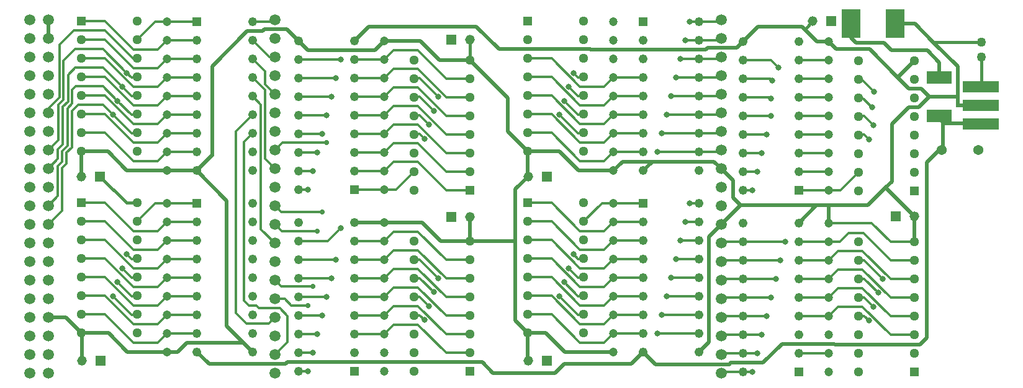
<source format=gtl>
G04 #@! TF.GenerationSoftware,KiCad,Pcbnew,8.0.6-8.0.6-0~ubuntu24.04.1*
G04 #@! TF.CreationDate,2024-11-10T23:48:13-05:00*
G04 #@! TF.ProjectId,array,61727261-792e-46b6-9963-61645f706362,rev?*
G04 #@! TF.SameCoordinates,Original*
G04 #@! TF.FileFunction,Copper,L1,Top*
G04 #@! TF.FilePolarity,Positive*
%FSLAX46Y46*%
G04 Gerber Fmt 4.6, Leading zero omitted, Abs format (unit mm)*
G04 Created by KiCad (PCBNEW 8.0.6-8.0.6-0~ubuntu24.04.1) date 2024-11-10 23:48:13*
%MOMM*%
%LPD*%
G01*
G04 APERTURE LIST*
G04 #@! TA.AperFunction,ComponentPad*
%ADD10C,1.270000*%
G04 #@! TD*
G04 #@! TA.AperFunction,SMDPad,CuDef*
%ADD11R,5.000000X1.500000*%
G04 #@! TD*
G04 #@! TA.AperFunction,SMDPad,CuDef*
%ADD12R,3.505200X1.778000*%
G04 #@! TD*
G04 #@! TA.AperFunction,ComponentPad*
%ADD13C,1.371600*%
G04 #@! TD*
G04 #@! TA.AperFunction,SMDPad,CuDef*
%ADD14R,2.500000X4.000000*%
G04 #@! TD*
G04 #@! TA.AperFunction,ComponentPad*
%ADD15R,1.318000X1.318000*%
G04 #@! TD*
G04 #@! TA.AperFunction,ComponentPad*
%ADD16C,1.318000*%
G04 #@! TD*
G04 #@! TA.AperFunction,ComponentPad*
%ADD17C,1.500000*%
G04 #@! TD*
G04 #@! TA.AperFunction,ComponentPad*
%ADD18R,1.227074X1.227074*%
G04 #@! TD*
G04 #@! TA.AperFunction,ComponentPad*
%ADD19C,1.227074*%
G04 #@! TD*
G04 #@! TA.AperFunction,ComponentPad*
%ADD20C,1.200000*%
G04 #@! TD*
G04 #@! TA.AperFunction,ComponentPad*
%ADD21R,1.295400X1.295400*%
G04 #@! TD*
G04 #@! TA.AperFunction,ComponentPad*
%ADD22C,1.295400*%
G04 #@! TD*
G04 #@! TA.AperFunction,ViaPad*
%ADD23C,0.600000*%
G04 #@! TD*
G04 #@! TA.AperFunction,ViaPad*
%ADD24C,0.800000*%
G04 #@! TD*
G04 #@! TA.AperFunction,ViaPad*
%ADD25C,0.700000*%
G04 #@! TD*
G04 #@! TA.AperFunction,Conductor*
%ADD26C,0.300000*%
G04 #@! TD*
G04 #@! TA.AperFunction,Conductor*
%ADD27C,0.500000*%
G04 #@! TD*
G04 #@! TA.AperFunction,Conductor*
%ADD28C,0.400000*%
G04 #@! TD*
G04 APERTURE END LIST*
D10*
X215760000Y-106135650D03*
X215760000Y-104135650D03*
D11*
X215630000Y-115300000D03*
X215630000Y-112760000D03*
X215630000Y-110220000D03*
D12*
X210000000Y-114146200D03*
X210000000Y-108913800D03*
D13*
X210320000Y-118820000D03*
X215320000Y-118820000D03*
D14*
X197980000Y-101590000D03*
X203980000Y-101590000D03*
D15*
X156430000Y-122440000D03*
D16*
X153890000Y-122440000D03*
D15*
X204050000Y-127870000D03*
D16*
X206590000Y-127870000D03*
D17*
X119350000Y-149340000D03*
X119350000Y-146800000D03*
X119350000Y-144260000D03*
X119350000Y-141720000D03*
X119350000Y-139180000D03*
X119350000Y-136640000D03*
X119350000Y-134100000D03*
X119350000Y-131560000D03*
X119350000Y-129020000D03*
X119350000Y-126480000D03*
X119350000Y-123940000D03*
X119350000Y-121400000D03*
X119350000Y-118860000D03*
X119350000Y-116320000D03*
X119350000Y-113780000D03*
X119350000Y-111240000D03*
X119350000Y-108700000D03*
X119350000Y-106160000D03*
X119350000Y-103620000D03*
X119350000Y-101080000D03*
D15*
X156440000Y-147600000D03*
D16*
X153900000Y-147600000D03*
D15*
X143450000Y-127960000D03*
D16*
X145990000Y-127960000D03*
D15*
X195270000Y-101270000D03*
D16*
X192730000Y-101270000D03*
D17*
X85940000Y-101020000D03*
X85940000Y-103560000D03*
X85940000Y-106100000D03*
X85940000Y-108640000D03*
X85940000Y-111180000D03*
X85940000Y-113720000D03*
X85940000Y-116260000D03*
X85940000Y-118800000D03*
X85940000Y-121340000D03*
X85940000Y-123880000D03*
X85940000Y-126420000D03*
X85940000Y-128960000D03*
X85940000Y-131500000D03*
X85940000Y-134040000D03*
X85940000Y-136580000D03*
X85940000Y-139120000D03*
X85940000Y-141660000D03*
X85940000Y-144200000D03*
X85940000Y-146740000D03*
X85940000Y-149280000D03*
X88480000Y-149280000D03*
X88480000Y-146740000D03*
X88480000Y-144200000D03*
X88480000Y-141660000D03*
X88480000Y-139120000D03*
X88480000Y-136580000D03*
X88480000Y-134040000D03*
X88480000Y-131500000D03*
X88480000Y-128960000D03*
X88480000Y-126420000D03*
X88480000Y-123880000D03*
X88480000Y-121340000D03*
X88480000Y-118800000D03*
X88480000Y-116260000D03*
X88480000Y-113720000D03*
X88480000Y-111180000D03*
X88480000Y-108640000D03*
X88480000Y-106100000D03*
X88480000Y-103560000D03*
X88480000Y-101020000D03*
X180250000Y-101080000D03*
X180250000Y-103620000D03*
X180250000Y-106160000D03*
X180250000Y-108700000D03*
X180250000Y-111240000D03*
X180250000Y-113780000D03*
X180250000Y-116320000D03*
X180250000Y-118860000D03*
X180250000Y-121400000D03*
X180250000Y-123940000D03*
X180250000Y-126480000D03*
X180250000Y-129020000D03*
X180250000Y-131560000D03*
X180250000Y-134100000D03*
X180250000Y-136640000D03*
X180250000Y-139180000D03*
X180250000Y-141720000D03*
X180250000Y-144260000D03*
X180250000Y-146800000D03*
X180250000Y-149340000D03*
D15*
X143400000Y-103730000D03*
D16*
X145940000Y-103730000D03*
D15*
X95530000Y-122440000D03*
D16*
X92990000Y-122440000D03*
D15*
X95540000Y-147600000D03*
D16*
X93000000Y-147600000D03*
D18*
X190850000Y-149120000D03*
D19*
X190850000Y-146580000D03*
X190850000Y-144040000D03*
X190850000Y-141500000D03*
X190850000Y-138960000D03*
X190850000Y-136420000D03*
X190850000Y-133880000D03*
X190850000Y-131340000D03*
X190850000Y-128800000D03*
X183230000Y-128800000D03*
X183230000Y-131340000D03*
X183230000Y-133880000D03*
X183230000Y-136420000D03*
X183230000Y-138960000D03*
X183230000Y-141500000D03*
X183230000Y-144040000D03*
X183230000Y-146580000D03*
X183230000Y-149120000D03*
D20*
X134284000Y-103955000D03*
X134284000Y-106495000D03*
X134284000Y-109035000D03*
X134284000Y-111575000D03*
X134284000Y-114115000D03*
X134284000Y-116655000D03*
X134284000Y-119195000D03*
X134284000Y-121735000D03*
X134284000Y-124275000D03*
X194914000Y-128800000D03*
X194914000Y-131340000D03*
X194914000Y-133880000D03*
X194914000Y-136420000D03*
X194914000Y-138960000D03*
X194914000Y-141500000D03*
X194914000Y-144040000D03*
X194914000Y-146580000D03*
X194914000Y-149120000D03*
X165541000Y-121650000D03*
X165541000Y-119110000D03*
X165541000Y-116570000D03*
X165541000Y-114030000D03*
X165541000Y-111490000D03*
X165541000Y-108950000D03*
X165541000Y-106410000D03*
X165541000Y-103870000D03*
X165541000Y-101330000D03*
D21*
X206598000Y-124418500D03*
D22*
X206598000Y-121878500D03*
X206598000Y-119338500D03*
X206598000Y-116798500D03*
X206598000Y-114258500D03*
X206598000Y-111718500D03*
X206598000Y-109178500D03*
X206598000Y-106638500D03*
X198978000Y-106638500D03*
X198978000Y-109178500D03*
X198978000Y-111718500D03*
X198978000Y-114258500D03*
X198978000Y-116798500D03*
X198978000Y-119338500D03*
X198978000Y-121878500D03*
X198978000Y-124418500D03*
D18*
X190850000Y-124355000D03*
D19*
X190850000Y-121815000D03*
X190850000Y-119275000D03*
X190850000Y-116735000D03*
X190850000Y-114195000D03*
X190850000Y-111655000D03*
X190850000Y-109115000D03*
X190850000Y-106575000D03*
X190850000Y-104035000D03*
X183230000Y-104035000D03*
X183230000Y-106575000D03*
X183230000Y-109115000D03*
X183230000Y-111655000D03*
X183230000Y-114195000D03*
X183230000Y-116735000D03*
X183230000Y-119275000D03*
X183230000Y-121815000D03*
X183230000Y-124355000D03*
D21*
X153857000Y-126031500D03*
D22*
X153857000Y-128571500D03*
X153857000Y-131111500D03*
X153857000Y-133651500D03*
X153857000Y-136191500D03*
X153857000Y-138731500D03*
X153857000Y-141271500D03*
X153857000Y-143811500D03*
X161477000Y-143811500D03*
X161477000Y-141271500D03*
X161477000Y-138731500D03*
X161477000Y-136191500D03*
X161477000Y-133651500D03*
X161477000Y-131111500D03*
X161477000Y-128571500D03*
X161477000Y-126031500D03*
D18*
X169605000Y-126095000D03*
D19*
X169605000Y-128635000D03*
X169605000Y-131175000D03*
X169605000Y-133715000D03*
X169605000Y-136255000D03*
X169605000Y-138795000D03*
X169605000Y-141335000D03*
X169605000Y-143875000D03*
X169605000Y-146415000D03*
X177225000Y-146415000D03*
X177225000Y-143875000D03*
X177225000Y-141335000D03*
X177225000Y-138795000D03*
X177225000Y-136255000D03*
X177225000Y-133715000D03*
X177225000Y-131175000D03*
X177225000Y-128635000D03*
X177225000Y-126095000D03*
D20*
X194914000Y-104035000D03*
X194914000Y-106575000D03*
X194914000Y-109115000D03*
X194914000Y-111655000D03*
X194914000Y-114195000D03*
X194914000Y-116735000D03*
X194914000Y-119275000D03*
X194914000Y-121815000D03*
X194914000Y-124355000D03*
D21*
X206598000Y-149183500D03*
D22*
X206598000Y-146643500D03*
X206598000Y-144103500D03*
X206598000Y-141563500D03*
X206598000Y-139023500D03*
X206598000Y-136483500D03*
X206598000Y-133943500D03*
X206598000Y-131403500D03*
X198978000Y-131403500D03*
X198978000Y-133943500D03*
X198978000Y-136483500D03*
X198978000Y-139023500D03*
X198978000Y-141563500D03*
X198978000Y-144103500D03*
X198978000Y-146643500D03*
X198978000Y-149183500D03*
D18*
X130220000Y-124275000D03*
D19*
X130220000Y-121735000D03*
X130220000Y-119195000D03*
X130220000Y-116655000D03*
X130220000Y-114115000D03*
X130220000Y-111575000D03*
X130220000Y-109035000D03*
X130220000Y-106495000D03*
X130220000Y-103955000D03*
X122600000Y-103955000D03*
X122600000Y-106495000D03*
X122600000Y-109035000D03*
X122600000Y-111575000D03*
X122600000Y-114115000D03*
X122600000Y-116655000D03*
X122600000Y-119195000D03*
X122600000Y-121735000D03*
X122600000Y-124275000D03*
D21*
X145968000Y-149103500D03*
D22*
X145968000Y-146563500D03*
X145968000Y-144023500D03*
X145968000Y-141483500D03*
X145968000Y-138943500D03*
X145968000Y-136403500D03*
X145968000Y-133863500D03*
X145968000Y-131323500D03*
X138348000Y-131323500D03*
X138348000Y-133863500D03*
X138348000Y-136403500D03*
X138348000Y-138943500D03*
X138348000Y-141483500D03*
X138348000Y-144023500D03*
X138348000Y-146563500D03*
X138348000Y-149103500D03*
D21*
X145968000Y-124338500D03*
D22*
X145968000Y-121798500D03*
X145968000Y-119258500D03*
X145968000Y-116718500D03*
X145968000Y-114178500D03*
X145968000Y-111638500D03*
X145968000Y-109098500D03*
X145968000Y-106558500D03*
X138348000Y-106558500D03*
X138348000Y-109098500D03*
X138348000Y-111638500D03*
X138348000Y-114178500D03*
X138348000Y-116718500D03*
X138348000Y-119258500D03*
X138348000Y-121798500D03*
X138348000Y-124338500D03*
D20*
X134284000Y-128720000D03*
X134284000Y-131260000D03*
X134284000Y-133800000D03*
X134284000Y-136340000D03*
X134284000Y-138880000D03*
X134284000Y-141420000D03*
X134284000Y-143960000D03*
X134284000Y-146500000D03*
X134284000Y-149040000D03*
X165541000Y-146415000D03*
X165541000Y-143875000D03*
X165541000Y-141335000D03*
X165541000Y-138795000D03*
X165541000Y-136255000D03*
X165541000Y-133715000D03*
X165541000Y-131175000D03*
X165541000Y-128635000D03*
X165541000Y-126095000D03*
D18*
X130220000Y-149040000D03*
D19*
X130220000Y-146500000D03*
X130220000Y-143960000D03*
X130220000Y-141420000D03*
X130220000Y-138880000D03*
X130220000Y-136340000D03*
X130220000Y-133800000D03*
X130220000Y-131260000D03*
X130220000Y-128720000D03*
X122600000Y-128720000D03*
X122600000Y-131260000D03*
X122600000Y-133800000D03*
X122600000Y-136340000D03*
X122600000Y-138880000D03*
X122600000Y-141420000D03*
X122600000Y-143960000D03*
X122600000Y-146500000D03*
X122600000Y-149040000D03*
D21*
X92957000Y-126031500D03*
D22*
X92957000Y-128571500D03*
X92957000Y-131111500D03*
X92957000Y-133651500D03*
X92957000Y-136191500D03*
X92957000Y-138731500D03*
X92957000Y-141271500D03*
X92957000Y-143811500D03*
X100577000Y-143811500D03*
X100577000Y-141271500D03*
X100577000Y-138731500D03*
X100577000Y-136191500D03*
X100577000Y-133651500D03*
X100577000Y-131111500D03*
X100577000Y-128571500D03*
X100577000Y-126031500D03*
D20*
X104641000Y-121650000D03*
X104641000Y-119110000D03*
X104641000Y-116570000D03*
X104641000Y-114030000D03*
X104641000Y-111490000D03*
X104641000Y-108950000D03*
X104641000Y-106410000D03*
X104641000Y-103870000D03*
X104641000Y-101330000D03*
D18*
X108705000Y-101330000D03*
D19*
X108705000Y-103870000D03*
X108705000Y-106410000D03*
X108705000Y-108950000D03*
X108705000Y-111490000D03*
X108705000Y-114030000D03*
X108705000Y-116570000D03*
X108705000Y-119110000D03*
X108705000Y-121650000D03*
X116325000Y-121650000D03*
X116325000Y-119110000D03*
X116325000Y-116570000D03*
X116325000Y-114030000D03*
X116325000Y-111490000D03*
X116325000Y-108950000D03*
X116325000Y-106410000D03*
X116325000Y-103870000D03*
X116325000Y-101330000D03*
D18*
X108705000Y-126095000D03*
D19*
X108705000Y-128635000D03*
X108705000Y-131175000D03*
X108705000Y-133715000D03*
X108705000Y-136255000D03*
X108705000Y-138795000D03*
X108705000Y-141335000D03*
X108705000Y-143875000D03*
X108705000Y-146415000D03*
X116325000Y-146415000D03*
X116325000Y-143875000D03*
X116325000Y-141335000D03*
X116325000Y-138795000D03*
X116325000Y-136255000D03*
X116325000Y-133715000D03*
X116325000Y-131175000D03*
X116325000Y-128635000D03*
X116325000Y-126095000D03*
D21*
X92957000Y-101266500D03*
D22*
X92957000Y-103806500D03*
X92957000Y-106346500D03*
X92957000Y-108886500D03*
X92957000Y-111426500D03*
X92957000Y-113966500D03*
X92957000Y-116506500D03*
X92957000Y-119046500D03*
X100577000Y-119046500D03*
X100577000Y-116506500D03*
X100577000Y-113966500D03*
X100577000Y-111426500D03*
X100577000Y-108886500D03*
X100577000Y-106346500D03*
X100577000Y-103806500D03*
X100577000Y-101266500D03*
D20*
X104641000Y-146415000D03*
X104641000Y-143875000D03*
X104641000Y-141335000D03*
X104641000Y-138795000D03*
X104641000Y-136255000D03*
X104641000Y-133715000D03*
X104641000Y-131175000D03*
X104641000Y-128635000D03*
X104641000Y-126095000D03*
D21*
X153857000Y-101266500D03*
D22*
X153857000Y-103806500D03*
X153857000Y-106346500D03*
X153857000Y-108886500D03*
X153857000Y-111426500D03*
X153857000Y-113966500D03*
X153857000Y-116506500D03*
X153857000Y-119046500D03*
X161477000Y-119046500D03*
X161477000Y-116506500D03*
X161477000Y-113966500D03*
X161477000Y-111426500D03*
X161477000Y-108886500D03*
X161477000Y-106346500D03*
X161477000Y-103806500D03*
X161477000Y-101266500D03*
D18*
X169605000Y-101330000D03*
D19*
X169605000Y-103870000D03*
X169605000Y-106410000D03*
X169605000Y-108950000D03*
X169605000Y-111490000D03*
X169605000Y-114030000D03*
X169605000Y-116570000D03*
X169605000Y-119110000D03*
X169605000Y-121650000D03*
X177225000Y-121650000D03*
X177225000Y-119110000D03*
X177225000Y-116570000D03*
X177225000Y-114030000D03*
X177225000Y-111490000D03*
X177225000Y-108950000D03*
X177225000Y-106410000D03*
X177225000Y-103870000D03*
X177225000Y-101330000D03*
D23*
X212470000Y-112750000D03*
D24*
X173415000Y-111490000D03*
X128315000Y-106495000D03*
X200375000Y-142135000D03*
X188000000Y-107550000D03*
X141015000Y-113480000D03*
X171510000Y-119110000D03*
X127680000Y-109035000D03*
X175955000Y-101330000D03*
X187190000Y-109330000D03*
X125140000Y-119195000D03*
X188310000Y-133880000D03*
X188945000Y-131340000D03*
X140380000Y-140150000D03*
X123870000Y-124275000D03*
X125775000Y-116655000D03*
X141650000Y-136340000D03*
X175320000Y-103870000D03*
X186405000Y-116735000D03*
X159445000Y-110220000D03*
X185135000Y-121815000D03*
X172145000Y-141335000D03*
X201010000Y-140230000D03*
X159445000Y-134985000D03*
X187040000Y-114195000D03*
X127045000Y-136340000D03*
X158810000Y-112125000D03*
X127680000Y-133800000D03*
X184500000Y-124355000D03*
X185770000Y-144040000D03*
X139745000Y-117290000D03*
X200375000Y-117370000D03*
X160080000Y-133080000D03*
X158810000Y-136890000D03*
X201010000Y-115465000D03*
X124505000Y-121735000D03*
X172780000Y-114030000D03*
X201060000Y-110850000D03*
X200790000Y-113030000D03*
X185770000Y-119275000D03*
X174685000Y-131175000D03*
X128315000Y-129510000D03*
X124505000Y-146500000D03*
X158175000Y-138795000D03*
D25*
X126410000Y-117860000D03*
D24*
X174050000Y-133715000D03*
X125140000Y-143960000D03*
X160080000Y-108315000D03*
X141650000Y-111575000D03*
D25*
X125140000Y-129960000D03*
D24*
X186405000Y-141500000D03*
X172145000Y-116570000D03*
X126410000Y-114115000D03*
X174050000Y-108950000D03*
X141015000Y-138245000D03*
X202280000Y-136420000D03*
X171510000Y-143875000D03*
X125775000Y-141420000D03*
X175955000Y-126095000D03*
D25*
X123870000Y-140080000D03*
D24*
X127045000Y-111575000D03*
X139745000Y-142055000D03*
X187000000Y-111840000D03*
X140380000Y-115385000D03*
X187040000Y-138960000D03*
X172780000Y-138795000D03*
X201645000Y-138325000D03*
X175320000Y-128635000D03*
X123870000Y-149040000D03*
D25*
X125775000Y-127330000D03*
D24*
X187675000Y-136420000D03*
D25*
X124505000Y-137510000D03*
D24*
X174685000Y-106410000D03*
X184500000Y-149120000D03*
X173415000Y-136255000D03*
X158175000Y-114030000D03*
X185135000Y-146580000D03*
X126410000Y-138880000D03*
X98545000Y-110220000D03*
X98545000Y-134985000D03*
X97910000Y-112125000D03*
X99180000Y-133080000D03*
X97910000Y-136890000D03*
X97275000Y-138795000D03*
X99180000Y-108315000D03*
X97275000Y-114030000D03*
D26*
X123870000Y-140080000D02*
X121590000Y-140080000D01*
X121590000Y-140080000D02*
X120690000Y-139180000D01*
X120690000Y-139180000D02*
X119350000Y-139180000D01*
D27*
X210000000Y-114146200D02*
X210000000Y-114602000D01*
X215550000Y-115220000D02*
X215630000Y-115300000D01*
X210000000Y-114602000D02*
X210618000Y-115220000D01*
X210618000Y-115220000D02*
X215550000Y-115220000D01*
X181560000Y-147900000D02*
X181340000Y-148120000D01*
X185950000Y-147900000D02*
X181560000Y-147900000D01*
X195640000Y-145300000D02*
X188550000Y-145300000D01*
X195740000Y-145400000D02*
X195640000Y-145300000D01*
X208260000Y-144480000D02*
X207340000Y-145400000D01*
X208260000Y-120538000D02*
X208260000Y-144480000D01*
X209978000Y-118820000D02*
X208260000Y-120538000D01*
X188550000Y-145300000D02*
X185950000Y-147900000D01*
X210320000Y-118820000D02*
X209978000Y-118820000D01*
X181340000Y-148120000D02*
X171310000Y-148120000D01*
X210448000Y-118692000D02*
X210320000Y-118820000D01*
X210448000Y-114594200D02*
X210448000Y-118692000D01*
X207340000Y-145400000D02*
X195740000Y-145400000D01*
X210000000Y-114146200D02*
X210448000Y-114594200D01*
X171310000Y-148120000D02*
X169605000Y-146415000D01*
X212480000Y-107440000D02*
X212480000Y-111580000D01*
X212480000Y-111580000D02*
X212480000Y-112740000D01*
X208640000Y-111550000D02*
X212450000Y-111550000D01*
X212450000Y-111550000D02*
X212480000Y-111580000D01*
X212480000Y-112740000D02*
X212470000Y-112750000D01*
X206630000Y-101590000D02*
X209195000Y-104155000D01*
X209195000Y-104155000D02*
X212480000Y-107440000D01*
D28*
X215760000Y-104135650D02*
X209214350Y-104135650D01*
X209214350Y-104135650D02*
X209195000Y-104155000D01*
X215760000Y-106135650D02*
X215760000Y-110090000D01*
X215760000Y-110090000D02*
X215630000Y-110220000D01*
D27*
X180250000Y-129020000D02*
X182860000Y-126410000D01*
X197980000Y-101590000D02*
X197980000Y-103510000D01*
X197980000Y-103510000D02*
X198660000Y-104190000D01*
X198660000Y-104190000D02*
X202440000Y-104190000D01*
X202440000Y-104190000D02*
X203450000Y-105200000D01*
X203450000Y-105200000D02*
X208320000Y-105200000D01*
X208320000Y-105200000D02*
X210000000Y-106880000D01*
X210000000Y-106880000D02*
X210000000Y-108913800D01*
X169605000Y-146415000D02*
X168010000Y-148010000D01*
X168010000Y-148010000D02*
X158830000Y-148010000D01*
X158830000Y-148010000D02*
X157540000Y-149300000D01*
X157540000Y-149300000D02*
X149090000Y-149300000D01*
X149090000Y-149300000D02*
X147620000Y-147830000D01*
X147620000Y-147830000D02*
X121100000Y-147830000D01*
X121100000Y-147830000D02*
X120850000Y-148080000D01*
X120850000Y-148080000D02*
X110370000Y-148080000D01*
X110370000Y-148080000D02*
X108705000Y-146415000D01*
X183230000Y-104035000D02*
X182395000Y-104870000D01*
X149910000Y-105080000D02*
X146820000Y-101990000D01*
X182395000Y-104870000D02*
X178370000Y-104870000D01*
X178370000Y-104870000D02*
X178090000Y-105150000D01*
X146820000Y-101990000D02*
X132185000Y-101990000D01*
X178090000Y-105150000D02*
X162420000Y-105150000D01*
X132185000Y-101990000D02*
X130220000Y-103955000D01*
X162420000Y-105150000D02*
X162350000Y-105080000D01*
X162350000Y-105080000D02*
X149910000Y-105080000D01*
D26*
X201060000Y-110850000D02*
X199325000Y-109115000D01*
X199325000Y-109115000D02*
X199041500Y-109115000D01*
X199041500Y-109115000D02*
X198978000Y-109178500D01*
X200790000Y-113030000D02*
X199415000Y-111655000D01*
X199415000Y-111655000D02*
X199041500Y-111655000D01*
X199041500Y-111655000D02*
X198978000Y-111718500D01*
X206598000Y-133943500D02*
X203359500Y-133943500D01*
X203359500Y-133943500D02*
X199596000Y-130180000D01*
X199596000Y-130180000D02*
X197580000Y-130180000D01*
X197580000Y-130180000D02*
X196420000Y-131340000D01*
X196420000Y-131340000D02*
X194914000Y-131340000D01*
X183230000Y-111655000D02*
X186815000Y-111655000D01*
X186815000Y-111655000D02*
X187000000Y-111840000D01*
X187190000Y-109330000D02*
X186975000Y-109115000D01*
X186975000Y-109115000D02*
X183230000Y-109115000D01*
X183230000Y-106575000D02*
X187025000Y-106575000D01*
X187025000Y-106575000D02*
X188000000Y-107550000D01*
D27*
X193305000Y-104035000D02*
X191630000Y-102360000D01*
X191630000Y-102360000D02*
X191260000Y-101990000D01*
D28*
X192730000Y-101270000D02*
X191640000Y-102360000D01*
X191640000Y-102360000D02*
X191630000Y-102360000D01*
D27*
X194914000Y-104035000D02*
X193305000Y-104035000D01*
X191260000Y-101990000D02*
X185275000Y-101990000D01*
X185275000Y-101990000D02*
X183230000Y-104035000D01*
D28*
X100577000Y-126031500D02*
X99121500Y-126031500D01*
X99121500Y-126031500D02*
X95530000Y-122440000D01*
D27*
X145968000Y-131323500D02*
X145968000Y-127982000D01*
X145968000Y-127982000D02*
X145990000Y-127960000D01*
X92957000Y-143811500D02*
X90805500Y-141660000D01*
X90805500Y-141660000D02*
X88480000Y-141660000D01*
X92957000Y-119046500D02*
X92957000Y-122407000D01*
X92957000Y-122407000D02*
X92990000Y-122440000D01*
X104641000Y-121650000D02*
X99170000Y-121650000D01*
X99170000Y-121650000D02*
X96566500Y-119046500D01*
X96566500Y-119046500D02*
X92957000Y-119046500D01*
X93000000Y-147600000D02*
X93000000Y-143854500D01*
X93000000Y-143854500D02*
X92957000Y-143811500D01*
X104641000Y-146415000D02*
X99255000Y-146415000D01*
X99255000Y-146415000D02*
X96651500Y-143811500D01*
X96651500Y-143811500D02*
X92957000Y-143811500D01*
X116325000Y-146415000D02*
X115050000Y-145140000D01*
X104641000Y-146415000D02*
X106085000Y-146415000D01*
X115050000Y-145140000D02*
X112800000Y-142890000D01*
X106085000Y-146415000D02*
X107360000Y-145140000D01*
X107360000Y-145140000D02*
X115050000Y-145140000D01*
X108705000Y-121650000D02*
X104641000Y-121650000D01*
D26*
X122600000Y-131260000D02*
X126565000Y-131260000D01*
X126565000Y-131260000D02*
X128315000Y-129510000D01*
D27*
X112800000Y-142890000D02*
X112800000Y-125745000D01*
X112800000Y-125745000D02*
X108705000Y-121650000D01*
X122600000Y-103955000D02*
X121005000Y-102360000D01*
X121005000Y-102360000D02*
X117930000Y-102360000D01*
X117930000Y-102360000D02*
X117690000Y-102600000D01*
X117690000Y-102600000D02*
X115600000Y-102600000D01*
X115600000Y-102600000D02*
X110780000Y-107420000D01*
X110780000Y-119620000D02*
X110735000Y-119620000D01*
X110780000Y-107420000D02*
X110780000Y-119620000D01*
X110735000Y-119620000D02*
X108705000Y-121650000D01*
X145968000Y-106558500D02*
X141778500Y-106558500D01*
X141778500Y-106558500D02*
X139175000Y-103955000D01*
X139175000Y-103955000D02*
X134284000Y-103955000D01*
X122600000Y-103955000D02*
X123895000Y-105250000D01*
X123895000Y-105250000D02*
X132989000Y-105250000D01*
X132989000Y-105250000D02*
X134284000Y-103955000D01*
X134284000Y-128720000D02*
X130220000Y-128720000D01*
X145968000Y-131323500D02*
X142003500Y-131323500D01*
X142003500Y-131323500D02*
X139400000Y-128720000D01*
X139400000Y-128720000D02*
X134284000Y-128720000D01*
X152150000Y-142104500D02*
X152150000Y-131400000D01*
X152150000Y-131400000D02*
X152150000Y-124170000D01*
X145968000Y-131323500D02*
X152073500Y-131323500D01*
X152073500Y-131323500D02*
X152150000Y-131400000D01*
X153857000Y-143811500D02*
X152150000Y-142104500D01*
X152150000Y-124170000D02*
X152160000Y-124170000D01*
X152160000Y-124170000D02*
X153890000Y-122440000D01*
X153857000Y-143811500D02*
X153857000Y-147557000D01*
X153857000Y-147557000D02*
X153900000Y-147600000D01*
X153857000Y-119046500D02*
X153857000Y-122407000D01*
X153857000Y-122407000D02*
X153890000Y-122440000D01*
X145968000Y-106558500D02*
X151100000Y-111690500D01*
X151100000Y-111690500D02*
X151100000Y-116289500D01*
X151100000Y-116289500D02*
X153857000Y-119046500D01*
X179260000Y-120410000D02*
X171010000Y-120410000D01*
X171010000Y-120410000D02*
X166781000Y-120410000D01*
X169605000Y-121650000D02*
X170845000Y-120410000D01*
X170845000Y-120410000D02*
X171010000Y-120410000D01*
X153857000Y-119046500D02*
X158166500Y-119046500D01*
X158166500Y-119046500D02*
X160770000Y-121650000D01*
X160770000Y-121650000D02*
X165541000Y-121650000D01*
X180250000Y-121400000D02*
X179260000Y-120410000D01*
X166781000Y-120410000D02*
X165541000Y-121650000D01*
X165541000Y-146415000D02*
X158905000Y-146415000D01*
X158905000Y-146415000D02*
X156301500Y-143811500D01*
X156301500Y-143811500D02*
X153857000Y-143811500D01*
X177225000Y-146415000D02*
X178590000Y-145050000D01*
X178590000Y-145050000D02*
X178590000Y-130680000D01*
X178590000Y-130680000D02*
X180250000Y-129020000D01*
X185570000Y-126410000D02*
X182860000Y-126410000D01*
X200270000Y-126410000D02*
X194960000Y-126410000D01*
X194914000Y-128800000D02*
X194914000Y-126456000D01*
X194914000Y-126456000D02*
X194960000Y-126410000D01*
X206590000Y-127870000D02*
X206590000Y-131395500D01*
X206590000Y-131395500D02*
X206598000Y-131403500D01*
X203540000Y-123140000D02*
X202725000Y-123955000D01*
X202725000Y-123955000D02*
X200270000Y-126410000D01*
X206590000Y-127870000D02*
X202725000Y-124005000D01*
X202725000Y-124005000D02*
X202725000Y-123955000D01*
X180250000Y-121400000D02*
X181830000Y-122980000D01*
X181830000Y-122980000D02*
X181830000Y-125380000D01*
X181830000Y-125380000D02*
X182860000Y-126410000D01*
X208640000Y-111550000D02*
X207210000Y-112980000D01*
X207210000Y-112980000D02*
X205830000Y-112980000D01*
X205830000Y-112980000D02*
X203540000Y-115270000D01*
X203540000Y-115270000D02*
X203540000Y-123140000D01*
X205850000Y-110450000D02*
X204310000Y-108910000D01*
X204310000Y-108910000D02*
X200470000Y-105070000D01*
X206598000Y-106638500D02*
X204326500Y-108910000D01*
X204326500Y-108910000D02*
X204310000Y-108910000D01*
X208640000Y-111550000D02*
X207540000Y-110450000D01*
X207540000Y-110450000D02*
X205850000Y-110450000D01*
X200470000Y-105070000D02*
X195949000Y-105070000D01*
X195949000Y-105070000D02*
X194914000Y-104035000D01*
D26*
X116325000Y-114030000D02*
X114070000Y-116285000D01*
X114070000Y-116285000D02*
X114070000Y-141150000D01*
X115500000Y-142580000D02*
X118490000Y-142580000D01*
X114070000Y-141150000D02*
X115500000Y-142580000D01*
X118490000Y-142580000D02*
X119350000Y-141720000D01*
D28*
X145940000Y-103730000D02*
X145940000Y-106530500D01*
X145940000Y-106530500D02*
X145968000Y-106558500D01*
D27*
X88480000Y-103560000D02*
X88480000Y-101020000D01*
X203980000Y-101590000D02*
X206630000Y-101590000D01*
X212530000Y-112760000D02*
X215630000Y-112760000D01*
D26*
X97275000Y-114030000D02*
X95925000Y-112680000D01*
X95925000Y-112680000D02*
X92510000Y-112680000D01*
X92510000Y-112680000D02*
X91670000Y-113520000D01*
X91670000Y-113520000D02*
X91670000Y-118470000D01*
X91670000Y-118470000D02*
X90940000Y-119200000D01*
X90340000Y-121270000D02*
X90340000Y-127100000D01*
X90940000Y-119200000D02*
X90940000Y-120670000D01*
X90940000Y-120670000D02*
X90340000Y-121270000D01*
X90340000Y-127100000D02*
X88480000Y-128960000D01*
X97910000Y-112125000D02*
X95945000Y-110160000D01*
X95945000Y-110160000D02*
X92180000Y-110160000D01*
X92180000Y-110160000D02*
X91700000Y-110640000D01*
X91700000Y-110640000D02*
X91700000Y-112520000D01*
X91700000Y-112520000D02*
X91070000Y-113150000D01*
X91070000Y-113150000D02*
X91070000Y-118250000D01*
X89780000Y-121010000D02*
X89780000Y-125120000D01*
X91070000Y-118250000D02*
X90330000Y-118990000D01*
X90330000Y-118990000D02*
X90330000Y-120460000D01*
X90330000Y-120460000D02*
X89780000Y-121010000D01*
X89780000Y-125120000D02*
X88480000Y-126420000D01*
X98545000Y-110220000D02*
X95935000Y-107610000D01*
X95935000Y-107610000D02*
X92140000Y-107610000D01*
X92140000Y-107610000D02*
X91140000Y-108610000D01*
X91140000Y-108610000D02*
X91140000Y-112210000D01*
X91140000Y-112210000D02*
X90450000Y-112900000D01*
X90450000Y-112900000D02*
X90450000Y-118040000D01*
X90450000Y-118040000D02*
X89760000Y-118730000D01*
X89760000Y-118730000D02*
X89760000Y-120060000D01*
X89760000Y-120060000D02*
X88480000Y-121340000D01*
X99180000Y-108315000D02*
X95935000Y-105070000D01*
X95935000Y-105070000D02*
X92080000Y-105070000D01*
X90530000Y-111980000D02*
X89830000Y-112680000D01*
X92080000Y-105070000D02*
X90530000Y-106620000D01*
X90530000Y-106620000D02*
X90530000Y-111980000D01*
X89830000Y-112680000D02*
X89830000Y-117450000D01*
X89830000Y-117450000D02*
X88480000Y-118800000D01*
X100577000Y-106346500D02*
X100016500Y-106346500D01*
X100016500Y-106346500D02*
X96190000Y-102520000D01*
X89960000Y-111680000D02*
X88480000Y-113160000D01*
X96190000Y-102520000D02*
X91900000Y-102520000D01*
X91900000Y-102520000D02*
X89960000Y-104460000D01*
X89960000Y-104460000D02*
X89960000Y-111680000D01*
X88480000Y-113160000D02*
X88480000Y-113720000D01*
X119350000Y-146800000D02*
X121040000Y-145110000D01*
X121040000Y-145110000D02*
X121040000Y-141490000D01*
X121040000Y-141490000D02*
X120010000Y-140460000D01*
X120010000Y-140460000D02*
X117210000Y-140460000D01*
X117210000Y-140460000D02*
X116810000Y-140060000D01*
X116810000Y-140060000D02*
X115810000Y-140060000D01*
X115810000Y-140060000D02*
X115130000Y-139380000D01*
X115130000Y-139380000D02*
X115130000Y-117765000D01*
X115130000Y-117765000D02*
X116325000Y-116570000D01*
X116325000Y-111490000D02*
X117460000Y-112625000D01*
X117460000Y-112625000D02*
X117460000Y-129670000D01*
X117460000Y-129670000D02*
X119350000Y-131560000D01*
X116325000Y-108950000D02*
X117990000Y-110615000D01*
X117990000Y-110615000D02*
X117990000Y-120040000D01*
X117990000Y-120040000D02*
X119350000Y-121400000D01*
X116325000Y-106410000D02*
X117990000Y-108075000D01*
X117990000Y-108075000D02*
X117990000Y-109880000D01*
X117990000Y-109880000D02*
X119350000Y-111240000D01*
X116325000Y-103870000D02*
X118615000Y-106160000D01*
X118615000Y-106160000D02*
X119350000Y-106160000D01*
X116325000Y-101330000D02*
X119100000Y-101330000D01*
X119100000Y-101330000D02*
X119350000Y-101080000D01*
X160715000Y-138795000D02*
X161413500Y-138795000D01*
X164271000Y-115300000D02*
X165541000Y-114030000D01*
X203359500Y-136483500D02*
X199486000Y-132610000D01*
X119350000Y-118860000D02*
X120350000Y-117860000D01*
X142729500Y-144023500D02*
X138856000Y-140150000D01*
X124505000Y-137490000D02*
X120200000Y-137490000D01*
X138411500Y-111575000D02*
X138348000Y-111638500D01*
X194914000Y-119275000D02*
X190850000Y-119275000D01*
X165541000Y-133715000D02*
X169605000Y-133715000D01*
X122600000Y-141420000D02*
X125775000Y-141420000D01*
X203359500Y-131403500D02*
X206598000Y-131403500D01*
X142729500Y-133863500D02*
X138856000Y-129990000D01*
X160715000Y-116570000D02*
X161413500Y-116570000D01*
X177225000Y-111490000D02*
X180000000Y-111490000D01*
X160715000Y-108950000D02*
X161413500Y-108950000D01*
X185770000Y-119275000D02*
X183230000Y-119275000D01*
X134284000Y-133800000D02*
X130220000Y-133800000D01*
X160969000Y-132445000D02*
X164271000Y-132445000D01*
X139745000Y-142055000D02*
X139110000Y-141420000D01*
X125775000Y-127310000D02*
X120180000Y-127310000D01*
X183230000Y-131340000D02*
X188945000Y-131340000D01*
X153857000Y-141271500D02*
X157095500Y-141271500D01*
X139110000Y-109035000D02*
X138411500Y-109035000D01*
X203359500Y-144103500D02*
X199486000Y-140230000D01*
X135554000Y-132530000D02*
X134284000Y-133800000D01*
X138348000Y-144023500D02*
X138538500Y-144023500D01*
X134284000Y-138880000D02*
X130220000Y-138880000D01*
X201010000Y-115465000D02*
X199740000Y-114195000D01*
X194914000Y-109115000D02*
X190850000Y-109115000D01*
X145968000Y-111638500D02*
X142729500Y-111638500D01*
X135554000Y-135070000D02*
X134284000Y-136340000D01*
X206598000Y-144103500D02*
X203359500Y-144103500D01*
X164271000Y-129905000D02*
X165541000Y-128635000D01*
X135554000Y-137610000D02*
X134284000Y-138880000D01*
X185135000Y-146580000D02*
X183230000Y-146580000D01*
X138856000Y-112845000D02*
X135554000Y-112845000D01*
X134284000Y-111575000D02*
X130220000Y-111575000D01*
X165541000Y-128635000D02*
X169605000Y-128635000D01*
X194914000Y-128800000D02*
X200756000Y-128800000D01*
X142729500Y-116718500D02*
X138856000Y-112845000D01*
X160969000Y-112760000D02*
X164271000Y-112760000D01*
X157095500Y-128571500D02*
X160969000Y-132445000D01*
X194914000Y-141500000D02*
X190850000Y-141500000D01*
X157095500Y-111426500D02*
X160969000Y-115300000D01*
X165541000Y-141335000D02*
X169605000Y-141335000D01*
X194914000Y-121815000D02*
X190850000Y-121815000D01*
X120200000Y-137490000D02*
X119350000Y-136640000D01*
X200375000Y-117370000D02*
X199740000Y-116735000D01*
X183230000Y-116735000D02*
X186405000Y-116735000D01*
X165541000Y-143875000D02*
X169605000Y-143875000D01*
X153857000Y-128571500D02*
X157095500Y-128571500D01*
X201010000Y-140230000D02*
X199740000Y-138960000D01*
X199041500Y-116735000D02*
X198978000Y-116798500D01*
X139110000Y-111575000D02*
X138411500Y-111575000D01*
X199486000Y-135150000D02*
X196184000Y-135150000D01*
X158175000Y-114030000D02*
X160715000Y-116570000D01*
X165541000Y-131175000D02*
X169605000Y-131175000D01*
X194914000Y-138960000D02*
X190850000Y-138960000D01*
X160969000Y-110220000D02*
X164271000Y-110220000D01*
X177225000Y-116570000D02*
X180000000Y-116570000D01*
X187040000Y-114195000D02*
X183230000Y-114195000D01*
X177225000Y-106410000D02*
X180000000Y-106410000D01*
X160715000Y-111490000D02*
X161413500Y-111490000D01*
X122600000Y-149040000D02*
X123870000Y-149040000D01*
X153857000Y-131111500D02*
X157095500Y-131111500D01*
X183230000Y-149120000D02*
X184500000Y-149120000D01*
X194914000Y-116735000D02*
X190850000Y-116735000D01*
X145968000Y-133863500D02*
X142729500Y-133863500D01*
X139110000Y-138880000D02*
X138411500Y-138880000D01*
X145968000Y-136403500D02*
X142729500Y-136403500D01*
X161413500Y-133715000D02*
X161477000Y-133651500D01*
X164271000Y-140065000D02*
X165541000Y-138795000D01*
X173415000Y-136255000D02*
X177225000Y-136255000D01*
X164271000Y-112760000D02*
X165541000Y-111490000D01*
X139110000Y-136340000D02*
X138411500Y-136340000D01*
X183230000Y-144040000D02*
X180470000Y-144040000D01*
X141650000Y-111575000D02*
X139110000Y-109035000D01*
X145968000Y-144023500D02*
X142729500Y-144023500D01*
X142729500Y-114178500D02*
X138856000Y-110305000D01*
X183230000Y-141500000D02*
X180470000Y-141500000D01*
X196184000Y-140230000D02*
X194914000Y-141500000D01*
X164271000Y-117840000D02*
X165541000Y-116570000D01*
X199486000Y-140230000D02*
X196184000Y-140230000D01*
X153857000Y-111426500D02*
X157095500Y-111426500D01*
X138856000Y-120465000D02*
X135554000Y-120465000D01*
X180470000Y-133880000D02*
X180250000Y-134100000D01*
X199740000Y-114195000D02*
X199041500Y-114195000D01*
X126410000Y-114115000D02*
X122600000Y-114115000D01*
X135554000Y-140150000D02*
X134284000Y-141420000D01*
X160969000Y-142605000D02*
X164271000Y-142605000D01*
X158810000Y-112125000D02*
X160715000Y-114030000D01*
X206598000Y-141563500D02*
X203359500Y-141563500D01*
X199740000Y-133880000D02*
X199041500Y-133880000D01*
X200375000Y-142135000D02*
X199740000Y-141500000D01*
X203359500Y-139023500D02*
X199486000Y-135150000D01*
X164271000Y-120380000D02*
X165541000Y-119110000D01*
X142729500Y-146563500D02*
X138856000Y-142690000D01*
X138856000Y-129990000D02*
X135554000Y-129990000D01*
X160080000Y-108315000D02*
X160715000Y-108950000D01*
X177225000Y-126095000D02*
X175955000Y-126095000D01*
X135554000Y-120465000D02*
X134284000Y-121735000D01*
X153857000Y-106346500D02*
X157095500Y-106346500D01*
X134284000Y-136340000D02*
X130220000Y-136340000D01*
X174685000Y-106410000D02*
X177225000Y-106410000D01*
X125140000Y-129960000D02*
X120290000Y-129960000D01*
X160715000Y-141335000D02*
X161413500Y-141335000D01*
X157095500Y-141271500D02*
X160969000Y-145145000D01*
X153857000Y-133651500D02*
X157095500Y-133651500D01*
X183230000Y-136420000D02*
X187675000Y-136420000D01*
X198978000Y-144103500D02*
X199168500Y-144103500D01*
X196184000Y-132610000D02*
X194914000Y-133880000D01*
X199486000Y-137690000D02*
X196184000Y-137690000D01*
X194914000Y-136420000D02*
X190850000Y-136420000D01*
X165541000Y-119110000D02*
X169605000Y-119110000D01*
X165541000Y-126095000D02*
X169605000Y-126095000D01*
X164271000Y-110220000D02*
X165541000Y-108950000D01*
X188310000Y-133880000D02*
X183230000Y-133880000D01*
X200756000Y-128800000D02*
X203359500Y-131403500D01*
X134284000Y-109035000D02*
X130220000Y-109035000D01*
X165541000Y-136255000D02*
X169605000Y-136255000D01*
X180470000Y-149120000D02*
X180250000Y-149340000D01*
X135554000Y-110305000D02*
X134284000Y-111575000D01*
X122600000Y-111575000D02*
X127045000Y-111575000D01*
X138856000Y-115385000D02*
X135554000Y-115385000D01*
X199486000Y-132610000D02*
X196184000Y-132610000D01*
X160969000Y-145145000D02*
X164271000Y-145145000D01*
X135554000Y-117925000D02*
X134284000Y-119195000D01*
X177225000Y-143875000D02*
X171510000Y-143875000D01*
X180000000Y-111490000D02*
X180250000Y-111240000D01*
X177225000Y-108950000D02*
X174050000Y-108950000D01*
X183230000Y-138960000D02*
X180470000Y-138960000D01*
X194914000Y-133880000D02*
X190850000Y-133880000D01*
X180470000Y-146580000D02*
X180250000Y-146800000D01*
X140380000Y-115385000D02*
X139110000Y-114115000D01*
X138856000Y-132530000D02*
X135554000Y-132530000D01*
X185770000Y-144040000D02*
X183230000Y-144040000D01*
X174685000Y-131175000D02*
X177225000Y-131175000D01*
X180000000Y-119110000D02*
X180250000Y-118860000D01*
X157095500Y-108886500D02*
X160969000Y-112760000D01*
X157095500Y-133651500D02*
X160969000Y-137525000D01*
X157095500Y-136191500D02*
X160969000Y-140065000D01*
X194914000Y-146580000D02*
X190850000Y-146580000D01*
X126410000Y-138880000D02*
X122600000Y-138880000D01*
X140380000Y-140150000D02*
X139110000Y-138880000D01*
X183230000Y-146580000D02*
X180470000Y-146580000D01*
X141015000Y-138245000D02*
X139110000Y-136340000D01*
X160969000Y-137525000D02*
X164271000Y-137525000D01*
X135554000Y-142690000D02*
X134284000Y-143960000D01*
X158810000Y-136890000D02*
X160715000Y-138795000D01*
X120180000Y-127310000D02*
X119350000Y-126480000D01*
X183230000Y-133880000D02*
X180470000Y-133880000D01*
X153857000Y-108886500D02*
X157095500Y-108886500D01*
X145968000Y-146563500D02*
X142729500Y-146563500D01*
X120290000Y-129960000D02*
X119350000Y-129020000D01*
X164271000Y-132445000D02*
X165541000Y-131175000D01*
X153857000Y-116506500D02*
X157095500Y-116506500D01*
X160969000Y-117840000D02*
X164271000Y-117840000D01*
X194914000Y-106575000D02*
X190850000Y-106575000D01*
X153857000Y-138731500D02*
X157095500Y-138731500D01*
X159445000Y-134985000D02*
X160715000Y-136255000D01*
X142729500Y-138943500D02*
X138856000Y-135070000D01*
X134284000Y-116655000D02*
X130220000Y-116655000D01*
X139110000Y-116655000D02*
X138411500Y-116655000D01*
X180000000Y-116570000D02*
X180250000Y-116320000D01*
X134284000Y-106495000D02*
X130220000Y-106495000D01*
X160969000Y-115300000D02*
X164271000Y-115300000D01*
X145968000Y-116718500D02*
X142729500Y-116718500D01*
X142729500Y-109098500D02*
X138856000Y-105225000D01*
X139110000Y-133800000D02*
X138411500Y-133800000D01*
X180470000Y-138960000D02*
X180250000Y-139180000D01*
X142729500Y-111638500D02*
X138856000Y-107765000D01*
X165541000Y-114030000D02*
X169605000Y-114030000D01*
X142729500Y-119258500D02*
X138856000Y-115385000D01*
X183230000Y-149120000D02*
X180470000Y-149120000D01*
X180470000Y-136420000D02*
X180250000Y-136640000D01*
X194914000Y-114195000D02*
X190850000Y-114195000D01*
X177225000Y-138795000D02*
X172780000Y-138795000D01*
X161477000Y-128571500D02*
X163953500Y-126095000D01*
X160080000Y-133080000D02*
X160715000Y-133715000D01*
X157095500Y-131111500D02*
X160969000Y-134985000D01*
X159445000Y-110220000D02*
X160715000Y-111490000D01*
X180000000Y-106410000D02*
X180250000Y-106160000D01*
X199041500Y-114195000D02*
X198978000Y-114258500D01*
X203359500Y-141563500D02*
X199486000Y-137690000D01*
X196184000Y-135150000D02*
X194914000Y-136420000D01*
X134284000Y-119195000D02*
X130220000Y-119195000D01*
X122600000Y-124275000D02*
X123870000Y-124275000D01*
X135554000Y-129990000D02*
X134284000Y-131260000D01*
X138856000Y-117925000D02*
X135554000Y-117925000D01*
X177225000Y-119110000D02*
X180000000Y-119110000D01*
X199740000Y-141500000D02*
X199041500Y-141500000D01*
X164271000Y-134985000D02*
X165541000Y-133715000D01*
X164271000Y-137525000D02*
X165541000Y-136255000D01*
X194914000Y-131340000D02*
X190850000Y-131340000D01*
X138411500Y-109035000D02*
X138348000Y-109098500D01*
X165541000Y-111490000D02*
X169605000Y-111490000D01*
X139110000Y-114115000D02*
X138411500Y-114115000D01*
X138856000Y-135070000D02*
X135554000Y-135070000D01*
X127680000Y-109035000D02*
X122600000Y-109035000D01*
X165541000Y-116570000D02*
X169605000Y-116570000D01*
X172145000Y-141335000D02*
X177225000Y-141335000D01*
X177225000Y-114030000D02*
X180000000Y-114030000D01*
X177225000Y-119110000D02*
X171510000Y-119110000D01*
X160969000Y-140065000D02*
X164271000Y-140065000D01*
X180470000Y-131340000D02*
X180250000Y-131560000D01*
X153857000Y-126031500D02*
X157095500Y-126031500D01*
X196184000Y-137690000D02*
X194914000Y-138960000D01*
X173415000Y-111490000D02*
X177225000Y-111490000D01*
X138411500Y-116655000D02*
X138348000Y-116718500D01*
X138348000Y-121798500D02*
X135871500Y-124275000D01*
X177225000Y-101330000D02*
X180000000Y-101330000D01*
X161413500Y-138795000D02*
X161477000Y-138731500D01*
X145968000Y-141483500D02*
X142729500Y-141483500D01*
X157095500Y-106346500D02*
X160969000Y-110220000D01*
X157095500Y-113966500D02*
X160969000Y-117840000D01*
X183230000Y-141500000D02*
X186405000Y-141500000D01*
X198978000Y-121878500D02*
X196501500Y-124355000D01*
X160715000Y-133715000D02*
X161413500Y-133715000D01*
X161413500Y-136255000D02*
X161477000Y-136191500D01*
X153857000Y-113966500D02*
X157095500Y-113966500D01*
X199740000Y-136420000D02*
X199041500Y-136420000D01*
X145968000Y-109098500D02*
X142729500Y-109098500D01*
X180470000Y-141500000D02*
X180250000Y-141720000D01*
X134284000Y-124275000D02*
X130220000Y-124275000D01*
X142729500Y-121798500D02*
X138856000Y-117925000D01*
X206598000Y-136483500D02*
X203359500Y-136483500D01*
X139745000Y-117290000D02*
X139110000Y-116655000D01*
X180000000Y-108950000D02*
X180250000Y-108700000D01*
X194914000Y-124355000D02*
X190850000Y-124355000D01*
X163953500Y-126095000D02*
X165541000Y-126095000D01*
X141650000Y-136340000D02*
X139110000Y-133800000D01*
X145968000Y-138943500D02*
X142729500Y-138943500D01*
X145968000Y-114178500D02*
X142729500Y-114178500D01*
X142729500Y-141483500D02*
X138856000Y-137610000D01*
X127680000Y-133800000D02*
X122600000Y-133800000D01*
X175320000Y-103870000D02*
X177225000Y-103870000D01*
X164271000Y-145145000D02*
X165541000Y-143875000D01*
X157095500Y-138731500D02*
X160969000Y-142605000D01*
X196501500Y-124355000D02*
X194914000Y-124355000D01*
X122600000Y-136340000D02*
X127045000Y-136340000D01*
X175320000Y-128635000D02*
X177225000Y-128635000D01*
X138856000Y-110305000D02*
X135554000Y-110305000D01*
X206598000Y-139023500D02*
X203359500Y-139023500D01*
X165541000Y-108950000D02*
X169605000Y-108950000D01*
X135554000Y-107765000D02*
X134284000Y-109035000D01*
X160715000Y-136255000D02*
X161413500Y-136255000D01*
X145968000Y-119258500D02*
X142729500Y-119258500D01*
X134284000Y-131260000D02*
X130220000Y-131260000D01*
X177225000Y-108950000D02*
X180000000Y-108950000D01*
X135871500Y-124275000D02*
X134284000Y-124275000D01*
X157095500Y-116506500D02*
X160969000Y-120380000D01*
X134284000Y-121735000D02*
X130220000Y-121735000D01*
X158175000Y-138795000D02*
X160715000Y-141335000D01*
X180470000Y-144040000D02*
X180250000Y-144260000D01*
X139110000Y-141420000D02*
X138411500Y-141420000D01*
X160969000Y-120380000D02*
X164271000Y-120380000D01*
X135554000Y-105225000D02*
X134284000Y-106495000D01*
X177225000Y-101330000D02*
X175955000Y-101330000D01*
X122600000Y-106495000D02*
X128315000Y-106495000D01*
X199740000Y-138960000D02*
X199041500Y-138960000D01*
X177225000Y-103870000D02*
X180000000Y-103870000D01*
X125140000Y-119195000D02*
X122600000Y-119195000D01*
X145968000Y-121798500D02*
X142729500Y-121798500D01*
X177225000Y-133715000D02*
X174050000Y-133715000D01*
X165541000Y-138795000D02*
X169605000Y-138795000D01*
X138856000Y-105225000D02*
X135554000Y-105225000D01*
X135554000Y-115385000D02*
X134284000Y-116655000D01*
X185135000Y-121815000D02*
X183230000Y-121815000D01*
X183230000Y-136420000D02*
X180470000Y-136420000D01*
X177225000Y-114030000D02*
X172780000Y-114030000D01*
X153857000Y-136191500D02*
X157095500Y-136191500D01*
X125140000Y-143960000D02*
X122600000Y-143960000D01*
X180000000Y-114030000D02*
X180250000Y-113780000D01*
X134284000Y-143960000D02*
X130220000Y-143960000D01*
X124505000Y-146500000D02*
X122600000Y-146500000D01*
X157095500Y-126031500D02*
X160969000Y-129905000D01*
X160969000Y-134985000D02*
X164271000Y-134985000D01*
X199740000Y-116735000D02*
X199041500Y-116735000D01*
X160715000Y-114030000D02*
X161413500Y-114030000D01*
X145968000Y-124338500D02*
X142729500Y-124338500D01*
X135554000Y-112845000D02*
X134284000Y-114115000D01*
X122600000Y-116655000D02*
X125775000Y-116655000D01*
X138411500Y-114115000D02*
X138348000Y-114178500D01*
X172145000Y-116570000D02*
X177225000Y-116570000D01*
X138856000Y-142690000D02*
X135554000Y-142690000D01*
X180000000Y-101330000D02*
X180250000Y-101080000D01*
X134284000Y-114115000D02*
X130220000Y-114115000D01*
X142729500Y-124338500D02*
X138856000Y-120465000D01*
X164271000Y-142605000D02*
X165541000Y-141335000D01*
X180000000Y-103870000D02*
X180250000Y-103620000D01*
X201645000Y-138325000D02*
X199740000Y-136420000D01*
X120350000Y-117860000D02*
X126410000Y-117860000D01*
X134284000Y-141420000D02*
X130220000Y-141420000D01*
X138856000Y-107765000D02*
X135554000Y-107765000D01*
X138856000Y-137610000D02*
X135554000Y-137610000D01*
X194914000Y-111655000D02*
X190850000Y-111655000D01*
X187040000Y-138960000D02*
X183230000Y-138960000D01*
X124505000Y-121735000D02*
X122600000Y-121735000D01*
X138856000Y-140150000D02*
X135554000Y-140150000D01*
X160969000Y-129905000D02*
X164271000Y-129905000D01*
X141015000Y-113480000D02*
X139110000Y-111575000D01*
X183230000Y-124355000D02*
X184500000Y-124355000D01*
X142729500Y-136403500D02*
X138856000Y-132530000D01*
X202280000Y-136420000D02*
X199740000Y-133880000D01*
X161413500Y-141335000D02*
X161477000Y-141271500D01*
X183230000Y-131340000D02*
X180470000Y-131340000D01*
X103371000Y-115300000D02*
X104641000Y-114030000D01*
X99815000Y-138795000D02*
X100513500Y-138795000D01*
X104641000Y-133715000D02*
X108705000Y-133715000D01*
X99815000Y-116570000D02*
X100513500Y-116570000D01*
X99815000Y-108950000D02*
X100513500Y-108950000D01*
X100069000Y-132445000D02*
X103371000Y-132445000D01*
X92957000Y-141271500D02*
X96195500Y-141271500D01*
X103053500Y-101330000D02*
X104641000Y-101330000D01*
X103371000Y-129905000D02*
X104641000Y-128635000D01*
X104641000Y-128635000D02*
X108705000Y-128635000D01*
X100069000Y-112760000D02*
X103371000Y-112760000D01*
X96195500Y-128571500D02*
X100069000Y-132445000D01*
X96195500Y-111426500D02*
X100069000Y-115300000D01*
X104641000Y-141335000D02*
X108705000Y-141335000D01*
X104641000Y-119110000D02*
X108705000Y-119110000D01*
X100069000Y-107680000D02*
X103371000Y-107680000D01*
X104641000Y-143875000D02*
X108705000Y-143875000D01*
X92957000Y-128571500D02*
X96195500Y-128571500D01*
X97275000Y-114030000D02*
X99815000Y-116570000D01*
X104641000Y-131175000D02*
X108705000Y-131175000D01*
X100069000Y-110220000D02*
X103371000Y-110220000D01*
X99815000Y-111490000D02*
X100513500Y-111490000D01*
X92957000Y-131111500D02*
X96195500Y-131111500D01*
X100577000Y-103806500D02*
X103053500Y-101330000D01*
X100513500Y-133715000D02*
X100577000Y-133651500D01*
X103371000Y-140065000D02*
X104641000Y-138795000D01*
X103371000Y-112760000D02*
X104641000Y-111490000D01*
X103371000Y-117840000D02*
X104641000Y-116570000D01*
X96195500Y-103806500D02*
X100069000Y-107680000D01*
X92957000Y-111426500D02*
X96195500Y-111426500D01*
X100069000Y-142605000D02*
X103371000Y-142605000D01*
X97910000Y-112125000D02*
X99815000Y-114030000D01*
X103371000Y-120380000D02*
X104641000Y-119110000D01*
X99180000Y-108315000D02*
X99815000Y-108950000D01*
X92957000Y-106346500D02*
X96195500Y-106346500D01*
X99815000Y-141335000D02*
X100513500Y-141335000D01*
X96195500Y-141271500D02*
X100069000Y-145145000D01*
X92957000Y-133651500D02*
X96195500Y-133651500D01*
X104641000Y-106410000D02*
X108705000Y-106410000D01*
X104641000Y-138795000D02*
X108705000Y-138795000D01*
X92957000Y-136191500D02*
X96195500Y-136191500D01*
X96195500Y-126031500D02*
X100069000Y-129905000D01*
X104641000Y-126095000D02*
X108705000Y-126095000D01*
X103371000Y-110220000D02*
X104641000Y-108950000D01*
X104641000Y-136255000D02*
X108705000Y-136255000D01*
X100069000Y-145145000D02*
X103371000Y-145145000D01*
X96195500Y-108886500D02*
X100069000Y-112760000D01*
X96195500Y-133651500D02*
X100069000Y-137525000D01*
X96195500Y-136191500D02*
X100069000Y-140065000D01*
X100069000Y-137525000D02*
X103371000Y-137525000D01*
X104641000Y-103870000D02*
X108705000Y-103870000D01*
X97910000Y-136890000D02*
X99815000Y-138795000D01*
X92957000Y-108886500D02*
X96195500Y-108886500D01*
X103371000Y-132445000D02*
X104641000Y-131175000D01*
X92957000Y-116506500D02*
X96195500Y-116506500D01*
X100069000Y-117840000D02*
X103371000Y-117840000D01*
X92957000Y-138731500D02*
X96195500Y-138731500D01*
X98545000Y-134985000D02*
X99815000Y-136255000D01*
X96195500Y-101266500D02*
X100069000Y-105140000D01*
X100069000Y-115300000D02*
X103371000Y-115300000D01*
X104641000Y-114030000D02*
X108705000Y-114030000D01*
X100069000Y-105140000D02*
X103371000Y-105140000D01*
X100577000Y-128571500D02*
X103053500Y-126095000D01*
X99180000Y-133080000D02*
X99815000Y-133715000D01*
X96195500Y-131111500D02*
X100069000Y-134985000D01*
X98545000Y-110220000D02*
X99815000Y-111490000D01*
X103371000Y-134985000D02*
X104641000Y-133715000D01*
X103371000Y-137525000D02*
X104641000Y-136255000D01*
X104641000Y-111490000D02*
X108705000Y-111490000D01*
X104641000Y-116570000D02*
X108705000Y-116570000D01*
X100069000Y-140065000D02*
X103371000Y-140065000D01*
X92957000Y-126031500D02*
X96195500Y-126031500D01*
X100513500Y-138795000D02*
X100577000Y-138731500D01*
X96195500Y-106346500D02*
X100069000Y-110220000D01*
X96195500Y-113966500D02*
X100069000Y-117840000D01*
X92957000Y-103806500D02*
X96195500Y-103806500D01*
X99815000Y-133715000D02*
X100513500Y-133715000D01*
X100513500Y-136255000D02*
X100577000Y-136191500D01*
X92957000Y-113966500D02*
X96195500Y-113966500D01*
X103371000Y-107680000D02*
X104641000Y-106410000D01*
X104641000Y-101330000D02*
X108705000Y-101330000D01*
X92957000Y-101266500D02*
X96195500Y-101266500D01*
X103053500Y-126095000D02*
X104641000Y-126095000D01*
X103371000Y-145145000D02*
X104641000Y-143875000D01*
X96195500Y-138731500D02*
X100069000Y-142605000D01*
X104641000Y-108950000D02*
X108705000Y-108950000D01*
X99815000Y-136255000D02*
X100513500Y-136255000D01*
X103371000Y-105140000D02*
X104641000Y-103870000D01*
X96195500Y-116506500D02*
X100069000Y-120380000D01*
X97275000Y-138795000D02*
X99815000Y-141335000D01*
X100069000Y-120380000D02*
X103371000Y-120380000D01*
X100069000Y-134985000D02*
X103371000Y-134985000D01*
X99815000Y-114030000D02*
X100513500Y-114030000D01*
X103371000Y-142605000D02*
X104641000Y-141335000D01*
X100069000Y-129905000D02*
X103371000Y-129905000D01*
X100513500Y-141335000D02*
X100577000Y-141271500D01*
D28*
X193240000Y-126410000D02*
X193270000Y-126410000D01*
D27*
X190850000Y-128800000D02*
X193240000Y-126410000D01*
X193270000Y-126410000D02*
X185570000Y-126410000D01*
X194960000Y-126410000D02*
X193270000Y-126410000D01*
M02*

</source>
